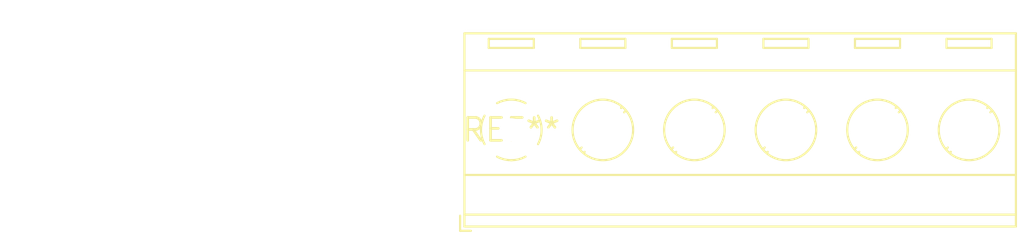
<source format=kicad_pcb>
(kicad_pcb (version 20240108) (generator pcbnew)
  (layers (0 "F.Cu" signal) (31 "B.Cu" signal) (34 "B.Paste" user) (35 "F.Paste" user) (36 "B.SilkS" user "B.Silkscreen") (37 "F.SilkS" user "F.Silkscreen") (38 "B.Mask" user) (39 "F.Mask" user) (44 "Edge.Cuts" user))
  (net 0 "")
  (footprint "TerminalBlock_RND_205-00291_1x06_P5.08mm_Horizontal" (layer "F.Cu") (at 0 0)
    (property "Reference" "REF**")
    (property "Value" "TerminalBlock_RND_205-00291_1x06_P5.08mm_Horizontal")
    (fp_line (start -2.84 4.76) (end -2.84 5.6) (layer "F.SilkS") (stroke (width 0.12)))
    (fp_line (start -2.84 5.6) (end -2.24 5.6) (layer "F.SilkS") (stroke (width 0.12)))
    (fp_line (start -2.6 -5.36) (end -2.6 5.36) (layer "F.SilkS") (stroke (width 0.12)))
    (fp_line (start -2.6 -5.36) (end 28 -5.36) (layer "F.SilkS") (stroke (width 0.12)))
    (fp_line (start -2.6 -3.3) (end 28 -3.3) (layer "F.SilkS") (stroke (width 0.12)))
    (fp_line (start -2.6 2.5) (end 28 2.5) (layer "F.SilkS") (stroke (width 0.12)))
    (fp_line (start -2.6 4.7) (end 28 4.7) (layer "F.SilkS") (stroke (width 0.12)))
    (fp_line (start -2.6 5.36) (end 28 5.36) (layer "F.SilkS") (stroke (width 0.12)))
    (fp_line (start -1.25 -5.05) (end -1.25 -4.55) (layer "F.SilkS") (stroke (width 0.12)))
    (fp_line (start -1.25 -5.05) (end 1.25 -5.05) (layer "F.SilkS") (stroke (width 0.12)))
    (fp_line (start -1.25 -4.55) (end 1.25 -4.55) (layer "F.SilkS") (stroke (width 0.12)))
    (fp_line (start 1.25 -5.05) (end 1.25 -4.55) (layer "F.SilkS") (stroke (width 0.12)))
    (fp_line (start 3.83 -5.05) (end 3.83 -4.55) (layer "F.SilkS") (stroke (width 0.12)))
    (fp_line (start 3.83 -5.05) (end 6.33 -5.05) (layer "F.SilkS") (stroke (width 0.12)))
    (fp_line (start 3.83 -4.55) (end 6.33 -4.55) (layer "F.SilkS") (stroke (width 0.12)))
    (fp_line (start 3.9 0.976) (end 3.806 1.069) (layer "F.SilkS") (stroke (width 0.12)))
    (fp_line (start 4.07 1.216) (end 4.011 1.274) (layer "F.SilkS") (stroke (width 0.12)))
    (fp_line (start 6.15 -1.275) (end 6.091 -1.216) (layer "F.SilkS") (stroke (width 0.12)))
    (fp_line (start 6.33 -5.05) (end 6.33 -4.55) (layer "F.SilkS") (stroke (width 0.12)))
    (fp_line (start 6.355 -1.069) (end 6.261 -0.976) (layer "F.SilkS") (stroke (width 0.12)))
    (fp_line (start 8.91 -5.05) (end 8.91 -4.55) (layer "F.SilkS") (stroke (width 0.12)))
    (fp_line (start 8.91 -5.05) (end 11.41 -5.05) (layer "F.SilkS") (stroke (width 0.12)))
    (fp_line (start 8.91 -4.55) (end 11.41 -4.55) (layer "F.SilkS") (stroke (width 0.12)))
    (fp_line (start 8.98 0.976) (end 8.886 1.069) (layer "F.SilkS") (stroke (width 0.12)))
    (fp_line (start 9.15 1.216) (end 9.091 1.274) (layer "F.SilkS") (stroke (width 0.12)))
    (fp_line (start 11.23 -1.275) (end 11.171 -1.216) (layer "F.SilkS") (stroke (width 0.12)))
    (fp_line (start 11.41 -5.05) (end 11.41 -4.55) (layer "F.SilkS") (stroke (width 0.12)))
    (fp_line (start 11.435 -1.069) (end 11.341 -0.976) (layer "F.SilkS") (stroke (width 0.12)))
    (fp_line (start 13.99 -5.05) (end 13.99 -4.55) (layer "F.SilkS") (stroke (width 0.12)))
    (fp_line (start 13.99 -5.05) (end 16.49 -5.05) (layer "F.SilkS") (stroke (width 0.12)))
    (fp_line (start 13.99 -4.55) (end 16.49 -4.55) (layer "F.SilkS") (stroke (width 0.12)))
    (fp_line (start 14.06 0.976) (end 13.966 1.069) (layer "F.SilkS") (stroke (width 0.12)))
    (fp_line (start 14.23 1.216) (end 14.171 1.274) (layer "F.SilkS") (stroke (width 0.12)))
    (fp_line (start 16.31 -1.275) (end 16.251 -1.216) (layer "F.SilkS") (stroke (width 0.12)))
    (fp_line (start 16.49 -5.05) (end 16.49 -4.55) (layer "F.SilkS") (stroke (width 0.12)))
    (fp_line (start 16.515 -1.069) (end 16.421 -0.976) (layer "F.SilkS") (stroke (width 0.12)))
    (fp_line (start 19.07 -5.05) (end 19.07 -4.55) (layer "F.SilkS") (stroke (width 0.12)))
    (fp_line (start 19.07 -5.05) (end 21.57 -5.05) (layer "F.SilkS") (stroke (width 0.12)))
    (fp_line (start 19.07 -4.55) (end 21.57 -4.55) (layer "F.SilkS") (stroke (width 0.12)))
    (fp_line (start 19.14 0.976) (end 19.046 1.069) (layer "F.SilkS") (stroke (width 0.12)))
    (fp_line (start 19.31 1.216) (end 19.251 1.274) (layer "F.SilkS") (stroke (width 0.12)))
    (fp_line (start 21.39 -1.275) (end 21.331 -1.216) (layer "F.SilkS") (stroke (width 0.12)))
    (fp_line (start 21.57 -5.05) (end 21.57 -4.55) (layer "F.SilkS") (stroke (width 0.12)))
    (fp_line (start 21.595 -1.069) (end 21.501 -0.976) (layer "F.SilkS") (stroke (width 0.12)))
    (fp_line (start 24.15 -5.05) (end 24.15 -4.55) (layer "F.SilkS") (stroke (width 0.12)))
    (fp_line (start 24.15 -5.05) (end 26.65 -5.05) (layer "F.SilkS") (stroke (width 0.12)))
    (fp_line (start 24.15 -4.55) (end 26.65 -4.55) (layer "F.SilkS") (stroke (width 0.12)))
    (fp_line (start 24.22 0.976) (end 24.126 1.069) (layer "F.SilkS") (stroke (width 0.12)))
    (fp_line (start 24.39 1.216) (end 24.331 1.274) (layer "F.SilkS") (stroke (width 0.12)))
    (fp_line (start 26.47 -1.275) (end 26.411 -1.216) (layer "F.SilkS") (stroke (width 0.12)))
    (fp_line (start 26.65 -5.05) (end 26.65 -4.55) (layer "F.SilkS") (stroke (width 0.12)))
    (fp_line (start 26.675 -1.069) (end 26.581 -0.976) (layer "F.SilkS") (stroke (width 0.12)))
    (fp_line (start 28 -5.36) (end 28 5.36) (layer "F.SilkS") (stroke (width 0.12)))
    (fp_arc (start -1.483953 0.789089) (mid -1.680708 5e-05) (end -1.484 -0.789) (layer "F.SilkS") (stroke (width 0.12)))
    (fp_arc (start -0.789089 -1.483953) (mid -5e-05 -1.680708) (end 0.789 -1.484) (layer "F.SilkS") (stroke (width 0.12)))
    (fp_arc (start 0.029383 1.68045) (mid -0.392304 1.634281) (end -0.789 1.484) (layer "F.SilkS") (stroke (width 0.12)))
    (fp_arc (start 0.788712 1.483352) (mid 0.406429 1.630097) (end 0 1.68) (layer "F.SilkS") (stroke (width 0.12)))
    (fp_arc (start 1.483953 -0.789089) (mid 1.680708 -5e-05) (end 1.484 0.789) (layer "F.SilkS") (stroke (width 0.12)))
    (fp_circle (center 5.08 0) (end 6.76 0) (layer "F.SilkS") (stroke (width 0.12)) (fill none))
    (fp_circle (center 10.16 0) (end 11.84 0) (layer "F.SilkS") (stroke (width 0.12)) (fill none))
    (fp_circle (center 15.24 0) (end 16.92 0) (layer "F.SilkS") (stroke (width 0.12)) (fill none))
    (fp_circle (center 20.32 0) (end 22 0) (layer "F.SilkS") (stroke (width 0.12)) (fill none))
    (fp_circle (center 25.4 0) (end 27.08 0) (layer "F.SilkS") (stroke (width 0.12)) (fill none))
    (pad "1" thru_hole rect (at 0 0) (size 2.5 2.5) (drill 1.3) (layers *.Cu *.Mask) (remove_unused_layers))
    (pad "2" thru_hole circle (at 5.08 0) (size 2.5 2.5) (drill 1.3) (layers *.Cu *.Mask) (remove_unused_layers))
    (pad "3" thru_hole circle (at 10.16 0) (size 2.5 2.5) (drill 1.3) (layers *.Cu *.Mask) (remove_unused_layers))
    (pad "4" thru_hole circle (at 15.24 0) (size 2.5 2.5) (drill 1.3) (layers *.Cu *.Mask) (remove_unused_layers))
    (pad "5" thru_hole circle (at 20.32 0) (size 2.5 2.5) (drill 1.3) (layers *.Cu *.Mask) (remove_unused_layers))
    (pad "6" thru_hole circle (at 25.4 0) (size 2.5 2.5) (drill 1.3) (layers *.Cu *.Mask) (remove_unused_layers))
  )
)
</source>
